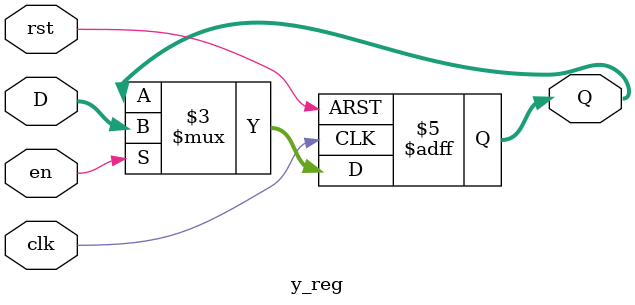
<source format=v>
`timescale 1ns / 1ps

module y_reg(
    input clk, rst, en,
    input [3:0] D,
    output reg [3:0] Q
    //output reg zFlag
    );
always @(posedge clk, posedge rst) begin
    if (rst)     Q <= 0;  // reset (load 0)
    else if (en) Q <= D;  // Set
    else         Q <= Q;  // Hold
end

// always @(Q) begin
//     if (Q == 0) zFlag = 1;
//     else        zFlag = 0; 
// end
endmodule
</source>
